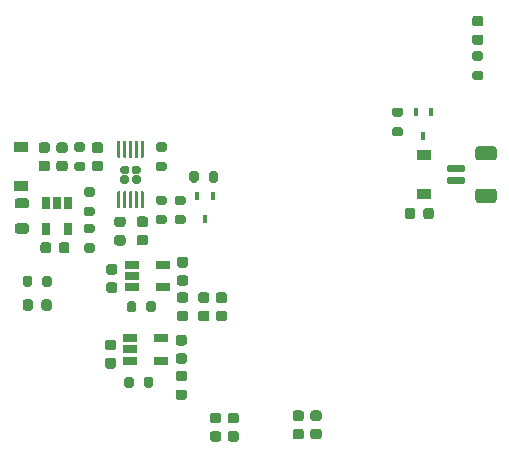
<source format=gbr>
%TF.GenerationSoftware,KiCad,Pcbnew,5.1.10-88a1d61d58~88~ubuntu20.04.1*%
%TF.CreationDate,2021-05-19T13:37:25+03:00*%
%TF.ProjectId,isc0901b0-breakout,69736330-3930-4316-9230-2d627265616b,rev2*%
%TF.SameCoordinates,Original*%
%TF.FileFunction,Paste,Bot*%
%TF.FilePolarity,Positive*%
%FSLAX46Y46*%
G04 Gerber Fmt 4.6, Leading zero omitted, Abs format (unit mm)*
G04 Created by KiCad (PCBNEW 5.1.10-88a1d61d58~88~ubuntu20.04.1) date 2021-05-19 13:37:25*
%MOMM*%
%LPD*%
G01*
G04 APERTURE LIST*
%ADD10R,0.450000X0.700000*%
%ADD11R,1.200000X0.900000*%
%ADD12R,1.220000X0.650000*%
%ADD13R,0.650000X1.060000*%
G04 APERTURE END LIST*
%TO.C,J5*%
G36*
G01*
X86350001Y-110750000D02*
X85049999Y-110750000D01*
G75*
G02*
X84800000Y-110500001I0J249999D01*
G01*
X84800000Y-109799999D01*
G75*
G02*
X85049999Y-109550000I249999J0D01*
G01*
X86350001Y-109550000D01*
G75*
G02*
X86600000Y-109799999I0J-249999D01*
G01*
X86600000Y-110500001D01*
G75*
G02*
X86350001Y-110750000I-249999J0D01*
G01*
G37*
G36*
G01*
X86350001Y-114350000D02*
X85049999Y-114350000D01*
G75*
G02*
X84800000Y-114100001I0J249999D01*
G01*
X84800000Y-113399999D01*
G75*
G02*
X85049999Y-113150000I249999J0D01*
G01*
X86350001Y-113150000D01*
G75*
G02*
X86600000Y-113399999I0J-249999D01*
G01*
X86600000Y-114100001D01*
G75*
G02*
X86350001Y-114350000I-249999J0D01*
G01*
G37*
G36*
G01*
X83800000Y-111750000D02*
X82550000Y-111750000D01*
G75*
G02*
X82400000Y-111600000I0J150000D01*
G01*
X82400000Y-111300000D01*
G75*
G02*
X82550000Y-111150000I150000J0D01*
G01*
X83800000Y-111150000D01*
G75*
G02*
X83950000Y-111300000I0J-150000D01*
G01*
X83950000Y-111600000D01*
G75*
G02*
X83800000Y-111750000I-150000J0D01*
G01*
G37*
G36*
G01*
X83800000Y-112750000D02*
X82550000Y-112750000D01*
G75*
G02*
X82400000Y-112600000I0J150000D01*
G01*
X82400000Y-112300000D01*
G75*
G02*
X82550000Y-112150000I150000J0D01*
G01*
X83800000Y-112150000D01*
G75*
G02*
X83950000Y-112300000I0J-150000D01*
G01*
X83950000Y-112600000D01*
G75*
G02*
X83800000Y-112750000I-150000J0D01*
G01*
G37*
%TD*%
%TO.C,R12*%
G36*
G01*
X77925000Y-107925000D02*
X78475000Y-107925000D01*
G75*
G02*
X78675000Y-108125000I0J-200000D01*
G01*
X78675000Y-108525000D01*
G75*
G02*
X78475000Y-108725000I-200000J0D01*
G01*
X77925000Y-108725000D01*
G75*
G02*
X77725000Y-108525000I0J200000D01*
G01*
X77725000Y-108125000D01*
G75*
G02*
X77925000Y-107925000I200000J0D01*
G01*
G37*
G36*
G01*
X77925000Y-106275000D02*
X78475000Y-106275000D01*
G75*
G02*
X78675000Y-106475000I0J-200000D01*
G01*
X78675000Y-106875000D01*
G75*
G02*
X78475000Y-107075000I-200000J0D01*
G01*
X77925000Y-107075000D01*
G75*
G02*
X77725000Y-106875000I0J200000D01*
G01*
X77725000Y-106475000D01*
G75*
G02*
X77925000Y-106275000I200000J0D01*
G01*
G37*
%TD*%
D10*
%TO.C,Q2*%
X80400000Y-108650000D03*
X81050000Y-106650000D03*
X79750000Y-106650000D03*
%TD*%
%TO.C,FB4*%
G36*
G01*
X79700000Y-114993750D02*
X79700000Y-115506250D01*
G75*
G02*
X79481250Y-115725000I-218750J0D01*
G01*
X79043750Y-115725000D01*
G75*
G02*
X78825000Y-115506250I0J218750D01*
G01*
X78825000Y-114993750D01*
G75*
G02*
X79043750Y-114775000I218750J0D01*
G01*
X79481250Y-114775000D01*
G75*
G02*
X79700000Y-114993750I0J-218750D01*
G01*
G37*
G36*
G01*
X81275000Y-114993750D02*
X81275000Y-115506250D01*
G75*
G02*
X81056250Y-115725000I-218750J0D01*
G01*
X80618750Y-115725000D01*
G75*
G02*
X80400000Y-115506250I0J218750D01*
G01*
X80400000Y-114993750D01*
G75*
G02*
X80618750Y-114775000I218750J0D01*
G01*
X81056250Y-114775000D01*
G75*
G02*
X81275000Y-114993750I0J-218750D01*
G01*
G37*
%TD*%
D11*
%TO.C,D4*%
X80450000Y-110300000D03*
X80450000Y-113600000D03*
%TD*%
%TO.C,R11*%
G36*
G01*
X47275000Y-120725000D02*
X47275000Y-121275000D01*
G75*
G02*
X47075000Y-121475000I-200000J0D01*
G01*
X46675000Y-121475000D01*
G75*
G02*
X46475000Y-121275000I0J200000D01*
G01*
X46475000Y-120725000D01*
G75*
G02*
X46675000Y-120525000I200000J0D01*
G01*
X47075000Y-120525000D01*
G75*
G02*
X47275000Y-120725000I0J-200000D01*
G01*
G37*
G36*
G01*
X48925000Y-120725000D02*
X48925000Y-121275000D01*
G75*
G02*
X48725000Y-121475000I-200000J0D01*
G01*
X48325000Y-121475000D01*
G75*
G02*
X48125000Y-121275000I0J200000D01*
G01*
X48125000Y-120725000D01*
G75*
G02*
X48325000Y-120525000I200000J0D01*
G01*
X48725000Y-120525000D01*
G75*
G02*
X48925000Y-120725000I0J-200000D01*
G01*
G37*
%TD*%
%TO.C,D3*%
G36*
G01*
X47350000Y-122743750D02*
X47350000Y-123256250D01*
G75*
G02*
X47131250Y-123475000I-218750J0D01*
G01*
X46693750Y-123475000D01*
G75*
G02*
X46475000Y-123256250I0J218750D01*
G01*
X46475000Y-122743750D01*
G75*
G02*
X46693750Y-122525000I218750J0D01*
G01*
X47131250Y-122525000D01*
G75*
G02*
X47350000Y-122743750I0J-218750D01*
G01*
G37*
G36*
G01*
X48925000Y-122743750D02*
X48925000Y-123256250D01*
G75*
G02*
X48706250Y-123475000I-218750J0D01*
G01*
X48268750Y-123475000D01*
G75*
G02*
X48050000Y-123256250I0J218750D01*
G01*
X48050000Y-122743750D01*
G75*
G02*
X48268750Y-122525000I218750J0D01*
G01*
X48706250Y-122525000D01*
G75*
G02*
X48925000Y-122743750I0J-218750D01*
G01*
G37*
%TD*%
%TO.C,U4*%
G36*
G01*
X55860000Y-112030000D02*
X56280000Y-112030000D01*
G75*
G02*
X56450000Y-112200000I0J-170000D01*
G01*
X56450000Y-112540000D01*
G75*
G02*
X56280000Y-112710000I-170000J0D01*
G01*
X55860000Y-112710000D01*
G75*
G02*
X55690000Y-112540000I0J170000D01*
G01*
X55690000Y-112200000D01*
G75*
G02*
X55860000Y-112030000I170000J0D01*
G01*
G37*
G36*
G01*
X54920000Y-112030000D02*
X55340000Y-112030000D01*
G75*
G02*
X55510000Y-112200000I0J-170000D01*
G01*
X55510000Y-112540000D01*
G75*
G02*
X55340000Y-112710000I-170000J0D01*
G01*
X54920000Y-112710000D01*
G75*
G02*
X54750000Y-112540000I0J170000D01*
G01*
X54750000Y-112200000D01*
G75*
G02*
X54920000Y-112030000I170000J0D01*
G01*
G37*
G36*
G01*
X55860000Y-111190000D02*
X56280000Y-111190000D01*
G75*
G02*
X56450000Y-111360000I0J-170000D01*
G01*
X56450000Y-111700000D01*
G75*
G02*
X56280000Y-111870000I-170000J0D01*
G01*
X55860000Y-111870000D01*
G75*
G02*
X55690000Y-111700000I0J170000D01*
G01*
X55690000Y-111360000D01*
G75*
G02*
X55860000Y-111190000I170000J0D01*
G01*
G37*
G36*
G01*
X54920000Y-111190000D02*
X55340000Y-111190000D01*
G75*
G02*
X55510000Y-111360000I0J-170000D01*
G01*
X55510000Y-111700000D01*
G75*
G02*
X55340000Y-111870000I-170000J0D01*
G01*
X54920000Y-111870000D01*
G75*
G02*
X54750000Y-111700000I0J170000D01*
G01*
X54750000Y-111360000D01*
G75*
G02*
X54920000Y-111190000I170000J0D01*
G01*
G37*
G36*
G01*
X54525000Y-113375000D02*
X54675000Y-113375000D01*
G75*
G02*
X54750000Y-113450000I0J-75000D01*
G01*
X54750000Y-114750000D01*
G75*
G02*
X54675000Y-114825000I-75000J0D01*
G01*
X54525000Y-114825000D01*
G75*
G02*
X54450000Y-114750000I0J75000D01*
G01*
X54450000Y-113450000D01*
G75*
G02*
X54525000Y-113375000I75000J0D01*
G01*
G37*
G36*
G01*
X55025000Y-113375000D02*
X55175000Y-113375000D01*
G75*
G02*
X55250000Y-113450000I0J-75000D01*
G01*
X55250000Y-114750000D01*
G75*
G02*
X55175000Y-114825000I-75000J0D01*
G01*
X55025000Y-114825000D01*
G75*
G02*
X54950000Y-114750000I0J75000D01*
G01*
X54950000Y-113450000D01*
G75*
G02*
X55025000Y-113375000I75000J0D01*
G01*
G37*
G36*
G01*
X55525000Y-113375000D02*
X55675000Y-113375000D01*
G75*
G02*
X55750000Y-113450000I0J-75000D01*
G01*
X55750000Y-114750000D01*
G75*
G02*
X55675000Y-114825000I-75000J0D01*
G01*
X55525000Y-114825000D01*
G75*
G02*
X55450000Y-114750000I0J75000D01*
G01*
X55450000Y-113450000D01*
G75*
G02*
X55525000Y-113375000I75000J0D01*
G01*
G37*
G36*
G01*
X56025000Y-113375000D02*
X56175000Y-113375000D01*
G75*
G02*
X56250000Y-113450000I0J-75000D01*
G01*
X56250000Y-114750000D01*
G75*
G02*
X56175000Y-114825000I-75000J0D01*
G01*
X56025000Y-114825000D01*
G75*
G02*
X55950000Y-114750000I0J75000D01*
G01*
X55950000Y-113450000D01*
G75*
G02*
X56025000Y-113375000I75000J0D01*
G01*
G37*
G36*
G01*
X56525000Y-113375000D02*
X56675000Y-113375000D01*
G75*
G02*
X56750000Y-113450000I0J-75000D01*
G01*
X56750000Y-114750000D01*
G75*
G02*
X56675000Y-114825000I-75000J0D01*
G01*
X56525000Y-114825000D01*
G75*
G02*
X56450000Y-114750000I0J75000D01*
G01*
X56450000Y-113450000D01*
G75*
G02*
X56525000Y-113375000I75000J0D01*
G01*
G37*
G36*
G01*
X56525000Y-109075000D02*
X56675000Y-109075000D01*
G75*
G02*
X56750000Y-109150000I0J-75000D01*
G01*
X56750000Y-110450000D01*
G75*
G02*
X56675000Y-110525000I-75000J0D01*
G01*
X56525000Y-110525000D01*
G75*
G02*
X56450000Y-110450000I0J75000D01*
G01*
X56450000Y-109150000D01*
G75*
G02*
X56525000Y-109075000I75000J0D01*
G01*
G37*
G36*
G01*
X56025000Y-109075000D02*
X56175000Y-109075000D01*
G75*
G02*
X56250000Y-109150000I0J-75000D01*
G01*
X56250000Y-110450000D01*
G75*
G02*
X56175000Y-110525000I-75000J0D01*
G01*
X56025000Y-110525000D01*
G75*
G02*
X55950000Y-110450000I0J75000D01*
G01*
X55950000Y-109150000D01*
G75*
G02*
X56025000Y-109075000I75000J0D01*
G01*
G37*
G36*
G01*
X55525000Y-109075000D02*
X55675000Y-109075000D01*
G75*
G02*
X55750000Y-109150000I0J-75000D01*
G01*
X55750000Y-110450000D01*
G75*
G02*
X55675000Y-110525000I-75000J0D01*
G01*
X55525000Y-110525000D01*
G75*
G02*
X55450000Y-110450000I0J75000D01*
G01*
X55450000Y-109150000D01*
G75*
G02*
X55525000Y-109075000I75000J0D01*
G01*
G37*
G36*
G01*
X55025000Y-109075000D02*
X55175000Y-109075000D01*
G75*
G02*
X55250000Y-109150000I0J-75000D01*
G01*
X55250000Y-110450000D01*
G75*
G02*
X55175000Y-110525000I-75000J0D01*
G01*
X55025000Y-110525000D01*
G75*
G02*
X54950000Y-110450000I0J75000D01*
G01*
X54950000Y-109150000D01*
G75*
G02*
X55025000Y-109075000I75000J0D01*
G01*
G37*
G36*
G01*
X54525000Y-109075000D02*
X54675000Y-109075000D01*
G75*
G02*
X54750000Y-109150000I0J-75000D01*
G01*
X54750000Y-110450000D01*
G75*
G02*
X54675000Y-110525000I-75000J0D01*
G01*
X54525000Y-110525000D01*
G75*
G02*
X54450000Y-110450000I0J75000D01*
G01*
X54450000Y-109150000D01*
G75*
G02*
X54525000Y-109075000I75000J0D01*
G01*
G37*
%TD*%
D12*
%TO.C,U3*%
X58310000Y-121500000D03*
X58310000Y-119600000D03*
X55690000Y-119600000D03*
X55690000Y-120550000D03*
X55690000Y-121500000D03*
%TD*%
%TO.C,U2*%
X58210000Y-127700000D03*
X58210000Y-125800000D03*
X55590000Y-125800000D03*
X55590000Y-126750000D03*
X55590000Y-127700000D03*
%TD*%
D13*
%TO.C,U1*%
X48420000Y-116560000D03*
X50320000Y-116560000D03*
X50320000Y-114360000D03*
X49370000Y-114360000D03*
X48420000Y-114360000D03*
%TD*%
%TO.C,R10*%
G36*
G01*
X57925000Y-115375000D02*
X58475000Y-115375000D01*
G75*
G02*
X58675000Y-115575000I0J-200000D01*
G01*
X58675000Y-115975000D01*
G75*
G02*
X58475000Y-116175000I-200000J0D01*
G01*
X57925000Y-116175000D01*
G75*
G02*
X57725000Y-115975000I0J200000D01*
G01*
X57725000Y-115575000D01*
G75*
G02*
X57925000Y-115375000I200000J0D01*
G01*
G37*
G36*
G01*
X57925000Y-113725000D02*
X58475000Y-113725000D01*
G75*
G02*
X58675000Y-113925000I0J-200000D01*
G01*
X58675000Y-114325000D01*
G75*
G02*
X58475000Y-114525000I-200000J0D01*
G01*
X57925000Y-114525000D01*
G75*
G02*
X57725000Y-114325000I0J200000D01*
G01*
X57725000Y-113925000D01*
G75*
G02*
X57925000Y-113725000I200000J0D01*
G01*
G37*
%TD*%
%TO.C,R9*%
G36*
G01*
X57925000Y-110875000D02*
X58475000Y-110875000D01*
G75*
G02*
X58675000Y-111075000I0J-200000D01*
G01*
X58675000Y-111475000D01*
G75*
G02*
X58475000Y-111675000I-200000J0D01*
G01*
X57925000Y-111675000D01*
G75*
G02*
X57725000Y-111475000I0J200000D01*
G01*
X57725000Y-111075000D01*
G75*
G02*
X57925000Y-110875000I200000J0D01*
G01*
G37*
G36*
G01*
X57925000Y-109225000D02*
X58475000Y-109225000D01*
G75*
G02*
X58675000Y-109425000I0J-200000D01*
G01*
X58675000Y-109825000D01*
G75*
G02*
X58475000Y-110025000I-200000J0D01*
G01*
X57925000Y-110025000D01*
G75*
G02*
X57725000Y-109825000I0J200000D01*
G01*
X57725000Y-109425000D01*
G75*
G02*
X57925000Y-109225000I200000J0D01*
G01*
G37*
%TD*%
%TO.C,R8*%
G36*
G01*
X59525000Y-115375000D02*
X60075000Y-115375000D01*
G75*
G02*
X60275000Y-115575000I0J-200000D01*
G01*
X60275000Y-115975000D01*
G75*
G02*
X60075000Y-116175000I-200000J0D01*
G01*
X59525000Y-116175000D01*
G75*
G02*
X59325000Y-115975000I0J200000D01*
G01*
X59325000Y-115575000D01*
G75*
G02*
X59525000Y-115375000I200000J0D01*
G01*
G37*
G36*
G01*
X59525000Y-113725000D02*
X60075000Y-113725000D01*
G75*
G02*
X60275000Y-113925000I0J-200000D01*
G01*
X60275000Y-114325000D01*
G75*
G02*
X60075000Y-114525000I-200000J0D01*
G01*
X59525000Y-114525000D01*
G75*
G02*
X59325000Y-114325000I0J200000D01*
G01*
X59325000Y-113925000D01*
G75*
G02*
X59525000Y-113725000I200000J0D01*
G01*
G37*
%TD*%
%TO.C,R7*%
G36*
G01*
X62225000Y-112425000D02*
X62225000Y-111875000D01*
G75*
G02*
X62425000Y-111675000I200000J0D01*
G01*
X62825000Y-111675000D01*
G75*
G02*
X63025000Y-111875000I0J-200000D01*
G01*
X63025000Y-112425000D01*
G75*
G02*
X62825000Y-112625000I-200000J0D01*
G01*
X62425000Y-112625000D01*
G75*
G02*
X62225000Y-112425000I0J200000D01*
G01*
G37*
G36*
G01*
X60575000Y-112425000D02*
X60575000Y-111875000D01*
G75*
G02*
X60775000Y-111675000I200000J0D01*
G01*
X61175000Y-111675000D01*
G75*
G02*
X61375000Y-111875000I0J-200000D01*
G01*
X61375000Y-112425000D01*
G75*
G02*
X61175000Y-112625000I-200000J0D01*
G01*
X60775000Y-112625000D01*
G75*
G02*
X60575000Y-112425000I0J200000D01*
G01*
G37*
%TD*%
%TO.C,R6*%
G36*
G01*
X56925000Y-123425000D02*
X56925000Y-122875000D01*
G75*
G02*
X57125000Y-122675000I200000J0D01*
G01*
X57525000Y-122675000D01*
G75*
G02*
X57725000Y-122875000I0J-200000D01*
G01*
X57725000Y-123425000D01*
G75*
G02*
X57525000Y-123625000I-200000J0D01*
G01*
X57125000Y-123625000D01*
G75*
G02*
X56925000Y-123425000I0J200000D01*
G01*
G37*
G36*
G01*
X55275000Y-123425000D02*
X55275000Y-122875000D01*
G75*
G02*
X55475000Y-122675000I200000J0D01*
G01*
X55875000Y-122675000D01*
G75*
G02*
X56075000Y-122875000I0J-200000D01*
G01*
X56075000Y-123425000D01*
G75*
G02*
X55875000Y-123625000I-200000J0D01*
G01*
X55475000Y-123625000D01*
G75*
G02*
X55275000Y-123425000I0J200000D01*
G01*
G37*
%TD*%
%TO.C,R5*%
G36*
G01*
X56725000Y-129825000D02*
X56725000Y-129275000D01*
G75*
G02*
X56925000Y-129075000I200000J0D01*
G01*
X57325000Y-129075000D01*
G75*
G02*
X57525000Y-129275000I0J-200000D01*
G01*
X57525000Y-129825000D01*
G75*
G02*
X57325000Y-130025000I-200000J0D01*
G01*
X56925000Y-130025000D01*
G75*
G02*
X56725000Y-129825000I0J200000D01*
G01*
G37*
G36*
G01*
X55075000Y-129825000D02*
X55075000Y-129275000D01*
G75*
G02*
X55275000Y-129075000I200000J0D01*
G01*
X55675000Y-129075000D01*
G75*
G02*
X55875000Y-129275000I0J-200000D01*
G01*
X55875000Y-129825000D01*
G75*
G02*
X55675000Y-130025000I-200000J0D01*
G01*
X55275000Y-130025000D01*
G75*
G02*
X55075000Y-129825000I0J200000D01*
G01*
G37*
%TD*%
%TO.C,R4*%
G36*
G01*
X51825000Y-114675000D02*
X52375000Y-114675000D01*
G75*
G02*
X52575000Y-114875000I0J-200000D01*
G01*
X52575000Y-115275000D01*
G75*
G02*
X52375000Y-115475000I-200000J0D01*
G01*
X51825000Y-115475000D01*
G75*
G02*
X51625000Y-115275000I0J200000D01*
G01*
X51625000Y-114875000D01*
G75*
G02*
X51825000Y-114675000I200000J0D01*
G01*
G37*
G36*
G01*
X51825000Y-113025000D02*
X52375000Y-113025000D01*
G75*
G02*
X52575000Y-113225000I0J-200000D01*
G01*
X52575000Y-113625000D01*
G75*
G02*
X52375000Y-113825000I-200000J0D01*
G01*
X51825000Y-113825000D01*
G75*
G02*
X51625000Y-113625000I0J200000D01*
G01*
X51625000Y-113225000D01*
G75*
G02*
X51825000Y-113025000I200000J0D01*
G01*
G37*
%TD*%
%TO.C,R3*%
G36*
G01*
X51025000Y-110875000D02*
X51575000Y-110875000D01*
G75*
G02*
X51775000Y-111075000I0J-200000D01*
G01*
X51775000Y-111475000D01*
G75*
G02*
X51575000Y-111675000I-200000J0D01*
G01*
X51025000Y-111675000D01*
G75*
G02*
X50825000Y-111475000I0J200000D01*
G01*
X50825000Y-111075000D01*
G75*
G02*
X51025000Y-110875000I200000J0D01*
G01*
G37*
G36*
G01*
X51025000Y-109225000D02*
X51575000Y-109225000D01*
G75*
G02*
X51775000Y-109425000I0J-200000D01*
G01*
X51775000Y-109825000D01*
G75*
G02*
X51575000Y-110025000I-200000J0D01*
G01*
X51025000Y-110025000D01*
G75*
G02*
X50825000Y-109825000I0J200000D01*
G01*
X50825000Y-109425000D01*
G75*
G02*
X51025000Y-109225000I200000J0D01*
G01*
G37*
%TD*%
%TO.C,R2*%
G36*
G01*
X51825000Y-117775000D02*
X52375000Y-117775000D01*
G75*
G02*
X52575000Y-117975000I0J-200000D01*
G01*
X52575000Y-118375000D01*
G75*
G02*
X52375000Y-118575000I-200000J0D01*
G01*
X51825000Y-118575000D01*
G75*
G02*
X51625000Y-118375000I0J200000D01*
G01*
X51625000Y-117975000D01*
G75*
G02*
X51825000Y-117775000I200000J0D01*
G01*
G37*
G36*
G01*
X51825000Y-116125000D02*
X52375000Y-116125000D01*
G75*
G02*
X52575000Y-116325000I0J-200000D01*
G01*
X52575000Y-116725000D01*
G75*
G02*
X52375000Y-116925000I-200000J0D01*
G01*
X51825000Y-116925000D01*
G75*
G02*
X51625000Y-116725000I0J200000D01*
G01*
X51625000Y-116325000D01*
G75*
G02*
X51825000Y-116125000I200000J0D01*
G01*
G37*
%TD*%
%TO.C,R1*%
G36*
G01*
X85275000Y-102325000D02*
X84725000Y-102325000D01*
G75*
G02*
X84525000Y-102125000I0J200000D01*
G01*
X84525000Y-101725000D01*
G75*
G02*
X84725000Y-101525000I200000J0D01*
G01*
X85275000Y-101525000D01*
G75*
G02*
X85475000Y-101725000I0J-200000D01*
G01*
X85475000Y-102125000D01*
G75*
G02*
X85275000Y-102325000I-200000J0D01*
G01*
G37*
G36*
G01*
X85275000Y-103975000D02*
X84725000Y-103975000D01*
G75*
G02*
X84525000Y-103775000I0J200000D01*
G01*
X84525000Y-103375000D01*
G75*
G02*
X84725000Y-103175000I200000J0D01*
G01*
X85275000Y-103175000D01*
G75*
G02*
X85475000Y-103375000I0J-200000D01*
G01*
X85475000Y-103775000D01*
G75*
G02*
X85275000Y-103975000I-200000J0D01*
G01*
G37*
%TD*%
D10*
%TO.C,Q1*%
X61900000Y-115750000D03*
X62550000Y-113750000D03*
X61250000Y-113750000D03*
%TD*%
%TO.C,L1*%
G36*
G01*
X46781250Y-114825000D02*
X46018750Y-114825000D01*
G75*
G02*
X45800000Y-114606250I0J218750D01*
G01*
X45800000Y-114168750D01*
G75*
G02*
X46018750Y-113950000I218750J0D01*
G01*
X46781250Y-113950000D01*
G75*
G02*
X47000000Y-114168750I0J-218750D01*
G01*
X47000000Y-114606250D01*
G75*
G02*
X46781250Y-114825000I-218750J0D01*
G01*
G37*
G36*
G01*
X46781250Y-116950000D02*
X46018750Y-116950000D01*
G75*
G02*
X45800000Y-116731250I0J218750D01*
G01*
X45800000Y-116293750D01*
G75*
G02*
X46018750Y-116075000I218750J0D01*
G01*
X46781250Y-116075000D01*
G75*
G02*
X47000000Y-116293750I0J-218750D01*
G01*
X47000000Y-116731250D01*
G75*
G02*
X46781250Y-116950000I-218750J0D01*
G01*
G37*
%TD*%
%TO.C,FB3*%
G36*
G01*
X54956250Y-116387500D02*
X54443750Y-116387500D01*
G75*
G02*
X54225000Y-116168750I0J218750D01*
G01*
X54225000Y-115731250D01*
G75*
G02*
X54443750Y-115512500I218750J0D01*
G01*
X54956250Y-115512500D01*
G75*
G02*
X55175000Y-115731250I0J-218750D01*
G01*
X55175000Y-116168750D01*
G75*
G02*
X54956250Y-116387500I-218750J0D01*
G01*
G37*
G36*
G01*
X54956250Y-117962500D02*
X54443750Y-117962500D01*
G75*
G02*
X54225000Y-117743750I0J218750D01*
G01*
X54225000Y-117306250D01*
G75*
G02*
X54443750Y-117087500I218750J0D01*
G01*
X54956250Y-117087500D01*
G75*
G02*
X55175000Y-117306250I0J-218750D01*
G01*
X55175000Y-117743750D01*
G75*
G02*
X54956250Y-117962500I-218750J0D01*
G01*
G37*
%TD*%
%TO.C,FB2*%
G36*
G01*
X60256250Y-122800000D02*
X59743750Y-122800000D01*
G75*
G02*
X59525000Y-122581250I0J218750D01*
G01*
X59525000Y-122143750D01*
G75*
G02*
X59743750Y-121925000I218750J0D01*
G01*
X60256250Y-121925000D01*
G75*
G02*
X60475000Y-122143750I0J-218750D01*
G01*
X60475000Y-122581250D01*
G75*
G02*
X60256250Y-122800000I-218750J0D01*
G01*
G37*
G36*
G01*
X60256250Y-124375000D02*
X59743750Y-124375000D01*
G75*
G02*
X59525000Y-124156250I0J218750D01*
G01*
X59525000Y-123718750D01*
G75*
G02*
X59743750Y-123500000I218750J0D01*
G01*
X60256250Y-123500000D01*
G75*
G02*
X60475000Y-123718750I0J-218750D01*
G01*
X60475000Y-124156250D01*
G75*
G02*
X60256250Y-124375000I-218750J0D01*
G01*
G37*
%TD*%
%TO.C,FB1*%
G36*
G01*
X60156250Y-129450000D02*
X59643750Y-129450000D01*
G75*
G02*
X59425000Y-129231250I0J218750D01*
G01*
X59425000Y-128793750D01*
G75*
G02*
X59643750Y-128575000I218750J0D01*
G01*
X60156250Y-128575000D01*
G75*
G02*
X60375000Y-128793750I0J-218750D01*
G01*
X60375000Y-129231250D01*
G75*
G02*
X60156250Y-129450000I-218750J0D01*
G01*
G37*
G36*
G01*
X60156250Y-131025000D02*
X59643750Y-131025000D01*
G75*
G02*
X59425000Y-130806250I0J218750D01*
G01*
X59425000Y-130368750D01*
G75*
G02*
X59643750Y-130150000I218750J0D01*
G01*
X60156250Y-130150000D01*
G75*
G02*
X60375000Y-130368750I0J-218750D01*
G01*
X60375000Y-130806250D01*
G75*
G02*
X60156250Y-131025000I-218750J0D01*
G01*
G37*
%TD*%
D11*
%TO.C,D2*%
X46300000Y-112900000D03*
X46300000Y-109600000D03*
%TD*%
%TO.C,D1*%
G36*
G01*
X84743750Y-100100000D02*
X85256250Y-100100000D01*
G75*
G02*
X85475000Y-100318750I0J-218750D01*
G01*
X85475000Y-100756250D01*
G75*
G02*
X85256250Y-100975000I-218750J0D01*
G01*
X84743750Y-100975000D01*
G75*
G02*
X84525000Y-100756250I0J218750D01*
G01*
X84525000Y-100318750D01*
G75*
G02*
X84743750Y-100100000I218750J0D01*
G01*
G37*
G36*
G01*
X84743750Y-98525000D02*
X85256250Y-98525000D01*
G75*
G02*
X85475000Y-98743750I0J-218750D01*
G01*
X85475000Y-99181250D01*
G75*
G02*
X85256250Y-99400000I-218750J0D01*
G01*
X84743750Y-99400000D01*
G75*
G02*
X84525000Y-99181250I0J218750D01*
G01*
X84525000Y-98743750D01*
G75*
G02*
X84743750Y-98525000I218750J0D01*
G01*
G37*
%TD*%
%TO.C,C15*%
G36*
G01*
X56850000Y-116400000D02*
X56350000Y-116400000D01*
G75*
G02*
X56125000Y-116175000I0J225000D01*
G01*
X56125000Y-115725000D01*
G75*
G02*
X56350000Y-115500000I225000J0D01*
G01*
X56850000Y-115500000D01*
G75*
G02*
X57075000Y-115725000I0J-225000D01*
G01*
X57075000Y-116175000D01*
G75*
G02*
X56850000Y-116400000I-225000J0D01*
G01*
G37*
G36*
G01*
X56850000Y-117950000D02*
X56350000Y-117950000D01*
G75*
G02*
X56125000Y-117725000I0J225000D01*
G01*
X56125000Y-117275000D01*
G75*
G02*
X56350000Y-117050000I225000J0D01*
G01*
X56850000Y-117050000D01*
G75*
G02*
X57075000Y-117275000I0J-225000D01*
G01*
X57075000Y-117725000D01*
G75*
G02*
X56850000Y-117950000I-225000J0D01*
G01*
G37*
%TD*%
%TO.C,C14*%
G36*
G01*
X60250000Y-119825000D02*
X59750000Y-119825000D01*
G75*
G02*
X59525000Y-119600000I0J225000D01*
G01*
X59525000Y-119150000D01*
G75*
G02*
X59750000Y-118925000I225000J0D01*
G01*
X60250000Y-118925000D01*
G75*
G02*
X60475000Y-119150000I0J-225000D01*
G01*
X60475000Y-119600000D01*
G75*
G02*
X60250000Y-119825000I-225000J0D01*
G01*
G37*
G36*
G01*
X60250000Y-121375000D02*
X59750000Y-121375000D01*
G75*
G02*
X59525000Y-121150000I0J225000D01*
G01*
X59525000Y-120700000D01*
G75*
G02*
X59750000Y-120475000I225000J0D01*
G01*
X60250000Y-120475000D01*
G75*
G02*
X60475000Y-120700000I0J-225000D01*
G01*
X60475000Y-121150000D01*
G75*
G02*
X60250000Y-121375000I-225000J0D01*
G01*
G37*
%TD*%
%TO.C,C13*%
G36*
G01*
X60150000Y-126425000D02*
X59650000Y-126425000D01*
G75*
G02*
X59425000Y-126200000I0J225000D01*
G01*
X59425000Y-125750000D01*
G75*
G02*
X59650000Y-125525000I225000J0D01*
G01*
X60150000Y-125525000D01*
G75*
G02*
X60375000Y-125750000I0J-225000D01*
G01*
X60375000Y-126200000D01*
G75*
G02*
X60150000Y-126425000I-225000J0D01*
G01*
G37*
G36*
G01*
X60150000Y-127975000D02*
X59650000Y-127975000D01*
G75*
G02*
X59425000Y-127750000I0J225000D01*
G01*
X59425000Y-127300000D01*
G75*
G02*
X59650000Y-127075000I225000J0D01*
G01*
X60150000Y-127075000D01*
G75*
G02*
X60375000Y-127300000I0J-225000D01*
G01*
X60375000Y-127750000D01*
G75*
G02*
X60150000Y-127975000I-225000J0D01*
G01*
G37*
%TD*%
%TO.C,C12*%
G36*
G01*
X49550000Y-110775000D02*
X50050000Y-110775000D01*
G75*
G02*
X50275000Y-111000000I0J-225000D01*
G01*
X50275000Y-111450000D01*
G75*
G02*
X50050000Y-111675000I-225000J0D01*
G01*
X49550000Y-111675000D01*
G75*
G02*
X49325000Y-111450000I0J225000D01*
G01*
X49325000Y-111000000D01*
G75*
G02*
X49550000Y-110775000I225000J0D01*
G01*
G37*
G36*
G01*
X49550000Y-109225000D02*
X50050000Y-109225000D01*
G75*
G02*
X50275000Y-109450000I0J-225000D01*
G01*
X50275000Y-109900000D01*
G75*
G02*
X50050000Y-110125000I-225000J0D01*
G01*
X49550000Y-110125000D01*
G75*
G02*
X49325000Y-109900000I0J225000D01*
G01*
X49325000Y-109450000D01*
G75*
G02*
X49550000Y-109225000I225000J0D01*
G01*
G37*
%TD*%
%TO.C,C11*%
G36*
G01*
X54250000Y-120425000D02*
X53750000Y-120425000D01*
G75*
G02*
X53525000Y-120200000I0J225000D01*
G01*
X53525000Y-119750000D01*
G75*
G02*
X53750000Y-119525000I225000J0D01*
G01*
X54250000Y-119525000D01*
G75*
G02*
X54475000Y-119750000I0J-225000D01*
G01*
X54475000Y-120200000D01*
G75*
G02*
X54250000Y-120425000I-225000J0D01*
G01*
G37*
G36*
G01*
X54250000Y-121975000D02*
X53750000Y-121975000D01*
G75*
G02*
X53525000Y-121750000I0J225000D01*
G01*
X53525000Y-121300000D01*
G75*
G02*
X53750000Y-121075000I225000J0D01*
G01*
X54250000Y-121075000D01*
G75*
G02*
X54475000Y-121300000I0J-225000D01*
G01*
X54475000Y-121750000D01*
G75*
G02*
X54250000Y-121975000I-225000J0D01*
G01*
G37*
%TD*%
%TO.C,C10*%
G36*
G01*
X54150000Y-126825000D02*
X53650000Y-126825000D01*
G75*
G02*
X53425000Y-126600000I0J225000D01*
G01*
X53425000Y-126150000D01*
G75*
G02*
X53650000Y-125925000I225000J0D01*
G01*
X54150000Y-125925000D01*
G75*
G02*
X54375000Y-126150000I0J-225000D01*
G01*
X54375000Y-126600000D01*
G75*
G02*
X54150000Y-126825000I-225000J0D01*
G01*
G37*
G36*
G01*
X54150000Y-128375000D02*
X53650000Y-128375000D01*
G75*
G02*
X53425000Y-128150000I0J225000D01*
G01*
X53425000Y-127700000D01*
G75*
G02*
X53650000Y-127475000I225000J0D01*
G01*
X54150000Y-127475000D01*
G75*
G02*
X54375000Y-127700000I0J-225000D01*
G01*
X54375000Y-128150000D01*
G75*
G02*
X54150000Y-128375000I-225000J0D01*
G01*
G37*
%TD*%
%TO.C,C9*%
G36*
G01*
X48050000Y-110775000D02*
X48550000Y-110775000D01*
G75*
G02*
X48775000Y-111000000I0J-225000D01*
G01*
X48775000Y-111450000D01*
G75*
G02*
X48550000Y-111675000I-225000J0D01*
G01*
X48050000Y-111675000D01*
G75*
G02*
X47825000Y-111450000I0J225000D01*
G01*
X47825000Y-111000000D01*
G75*
G02*
X48050000Y-110775000I225000J0D01*
G01*
G37*
G36*
G01*
X48050000Y-109225000D02*
X48550000Y-109225000D01*
G75*
G02*
X48775000Y-109450000I0J-225000D01*
G01*
X48775000Y-109900000D01*
G75*
G02*
X48550000Y-110125000I-225000J0D01*
G01*
X48050000Y-110125000D01*
G75*
G02*
X47825000Y-109900000I0J225000D01*
G01*
X47825000Y-109450000D01*
G75*
G02*
X48050000Y-109225000I225000J0D01*
G01*
G37*
%TD*%
%TO.C,C8*%
G36*
G01*
X52550000Y-110775000D02*
X53050000Y-110775000D01*
G75*
G02*
X53275000Y-111000000I0J-225000D01*
G01*
X53275000Y-111450000D01*
G75*
G02*
X53050000Y-111675000I-225000J0D01*
G01*
X52550000Y-111675000D01*
G75*
G02*
X52325000Y-111450000I0J225000D01*
G01*
X52325000Y-111000000D01*
G75*
G02*
X52550000Y-110775000I225000J0D01*
G01*
G37*
G36*
G01*
X52550000Y-109225000D02*
X53050000Y-109225000D01*
G75*
G02*
X53275000Y-109450000I0J-225000D01*
G01*
X53275000Y-109900000D01*
G75*
G02*
X53050000Y-110125000I-225000J0D01*
G01*
X52550000Y-110125000D01*
G75*
G02*
X52325000Y-109900000I0J225000D01*
G01*
X52325000Y-109450000D01*
G75*
G02*
X52550000Y-109225000I225000J0D01*
G01*
G37*
%TD*%
%TO.C,C7*%
G36*
G01*
X49525000Y-118400000D02*
X49525000Y-117900000D01*
G75*
G02*
X49750000Y-117675000I225000J0D01*
G01*
X50200000Y-117675000D01*
G75*
G02*
X50425000Y-117900000I0J-225000D01*
G01*
X50425000Y-118400000D01*
G75*
G02*
X50200000Y-118625000I-225000J0D01*
G01*
X49750000Y-118625000D01*
G75*
G02*
X49525000Y-118400000I0J225000D01*
G01*
G37*
G36*
G01*
X47975000Y-118400000D02*
X47975000Y-117900000D01*
G75*
G02*
X48200000Y-117675000I225000J0D01*
G01*
X48650000Y-117675000D01*
G75*
G02*
X48875000Y-117900000I0J-225000D01*
G01*
X48875000Y-118400000D01*
G75*
G02*
X48650000Y-118625000I-225000J0D01*
G01*
X48200000Y-118625000D01*
G75*
G02*
X47975000Y-118400000I0J225000D01*
G01*
G37*
%TD*%
%TO.C,C6*%
G36*
G01*
X62050000Y-122825000D02*
X61550000Y-122825000D01*
G75*
G02*
X61325000Y-122600000I0J225000D01*
G01*
X61325000Y-122150000D01*
G75*
G02*
X61550000Y-121925000I225000J0D01*
G01*
X62050000Y-121925000D01*
G75*
G02*
X62275000Y-122150000I0J-225000D01*
G01*
X62275000Y-122600000D01*
G75*
G02*
X62050000Y-122825000I-225000J0D01*
G01*
G37*
G36*
G01*
X62050000Y-124375000D02*
X61550000Y-124375000D01*
G75*
G02*
X61325000Y-124150000I0J225000D01*
G01*
X61325000Y-123700000D01*
G75*
G02*
X61550000Y-123475000I225000J0D01*
G01*
X62050000Y-123475000D01*
G75*
G02*
X62275000Y-123700000I0J-225000D01*
G01*
X62275000Y-124150000D01*
G75*
G02*
X62050000Y-124375000I-225000J0D01*
G01*
G37*
%TD*%
%TO.C,C5*%
G36*
G01*
X63550000Y-122825000D02*
X63050000Y-122825000D01*
G75*
G02*
X62825000Y-122600000I0J225000D01*
G01*
X62825000Y-122150000D01*
G75*
G02*
X63050000Y-121925000I225000J0D01*
G01*
X63550000Y-121925000D01*
G75*
G02*
X63775000Y-122150000I0J-225000D01*
G01*
X63775000Y-122600000D01*
G75*
G02*
X63550000Y-122825000I-225000J0D01*
G01*
G37*
G36*
G01*
X63550000Y-124375000D02*
X63050000Y-124375000D01*
G75*
G02*
X62825000Y-124150000I0J225000D01*
G01*
X62825000Y-123700000D01*
G75*
G02*
X63050000Y-123475000I225000J0D01*
G01*
X63550000Y-123475000D01*
G75*
G02*
X63775000Y-123700000I0J-225000D01*
G01*
X63775000Y-124150000D01*
G75*
G02*
X63550000Y-124375000I-225000J0D01*
G01*
G37*
%TD*%
%TO.C,C4*%
G36*
G01*
X64050000Y-133675000D02*
X64550000Y-133675000D01*
G75*
G02*
X64775000Y-133900000I0J-225000D01*
G01*
X64775000Y-134350000D01*
G75*
G02*
X64550000Y-134575000I-225000J0D01*
G01*
X64050000Y-134575000D01*
G75*
G02*
X63825000Y-134350000I0J225000D01*
G01*
X63825000Y-133900000D01*
G75*
G02*
X64050000Y-133675000I225000J0D01*
G01*
G37*
G36*
G01*
X64050000Y-132125000D02*
X64550000Y-132125000D01*
G75*
G02*
X64775000Y-132350000I0J-225000D01*
G01*
X64775000Y-132800000D01*
G75*
G02*
X64550000Y-133025000I-225000J0D01*
G01*
X64050000Y-133025000D01*
G75*
G02*
X63825000Y-132800000I0J225000D01*
G01*
X63825000Y-132350000D01*
G75*
G02*
X64050000Y-132125000I225000J0D01*
G01*
G37*
%TD*%
%TO.C,C3*%
G36*
G01*
X69550000Y-133475000D02*
X70050000Y-133475000D01*
G75*
G02*
X70275000Y-133700000I0J-225000D01*
G01*
X70275000Y-134150000D01*
G75*
G02*
X70050000Y-134375000I-225000J0D01*
G01*
X69550000Y-134375000D01*
G75*
G02*
X69325000Y-134150000I0J225000D01*
G01*
X69325000Y-133700000D01*
G75*
G02*
X69550000Y-133475000I225000J0D01*
G01*
G37*
G36*
G01*
X69550000Y-131925000D02*
X70050000Y-131925000D01*
G75*
G02*
X70275000Y-132150000I0J-225000D01*
G01*
X70275000Y-132600000D01*
G75*
G02*
X70050000Y-132825000I-225000J0D01*
G01*
X69550000Y-132825000D01*
G75*
G02*
X69325000Y-132600000I0J225000D01*
G01*
X69325000Y-132150000D01*
G75*
G02*
X69550000Y-131925000I225000J0D01*
G01*
G37*
%TD*%
%TO.C,C2*%
G36*
G01*
X62550000Y-133675000D02*
X63050000Y-133675000D01*
G75*
G02*
X63275000Y-133900000I0J-225000D01*
G01*
X63275000Y-134350000D01*
G75*
G02*
X63050000Y-134575000I-225000J0D01*
G01*
X62550000Y-134575000D01*
G75*
G02*
X62325000Y-134350000I0J225000D01*
G01*
X62325000Y-133900000D01*
G75*
G02*
X62550000Y-133675000I225000J0D01*
G01*
G37*
G36*
G01*
X62550000Y-132125000D02*
X63050000Y-132125000D01*
G75*
G02*
X63275000Y-132350000I0J-225000D01*
G01*
X63275000Y-132800000D01*
G75*
G02*
X63050000Y-133025000I-225000J0D01*
G01*
X62550000Y-133025000D01*
G75*
G02*
X62325000Y-132800000I0J225000D01*
G01*
X62325000Y-132350000D01*
G75*
G02*
X62550000Y-132125000I225000J0D01*
G01*
G37*
%TD*%
%TO.C,C1*%
G36*
G01*
X71050000Y-133475000D02*
X71550000Y-133475000D01*
G75*
G02*
X71775000Y-133700000I0J-225000D01*
G01*
X71775000Y-134150000D01*
G75*
G02*
X71550000Y-134375000I-225000J0D01*
G01*
X71050000Y-134375000D01*
G75*
G02*
X70825000Y-134150000I0J225000D01*
G01*
X70825000Y-133700000D01*
G75*
G02*
X71050000Y-133475000I225000J0D01*
G01*
G37*
G36*
G01*
X71050000Y-131925000D02*
X71550000Y-131925000D01*
G75*
G02*
X71775000Y-132150000I0J-225000D01*
G01*
X71775000Y-132600000D01*
G75*
G02*
X71550000Y-132825000I-225000J0D01*
G01*
X71050000Y-132825000D01*
G75*
G02*
X70825000Y-132600000I0J225000D01*
G01*
X70825000Y-132150000D01*
G75*
G02*
X71050000Y-131925000I225000J0D01*
G01*
G37*
%TD*%
M02*

</source>
